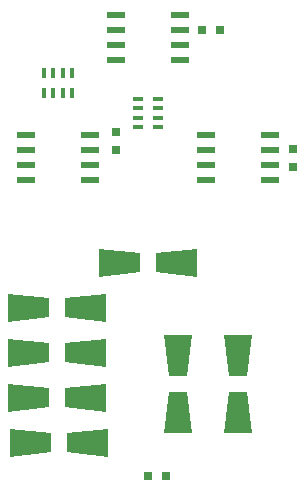
<source format=gbr>
%TF.GenerationSoftware,KiCad,Pcbnew,(5.1.6)-1*%
%TF.CreationDate,2020-07-04T17:27:32+02:00*%
%TF.ProjectId,MP0002 Instrumentation Amplifier,4d503030-3032-4204-996e-737472756d65,1.0*%
%TF.SameCoordinates,Original*%
%TF.FileFunction,Paste,Top*%
%TF.FilePolarity,Positive*%
%FSLAX46Y46*%
G04 Gerber Fmt 4.6, Leading zero omitted, Abs format (unit mm)*
G04 Created by KiCad (PCBNEW (5.1.6)-1) date 2020-07-04 17:27:32*
%MOMM*%
%LPD*%
G01*
G04 APERTURE LIST*
%ADD10R,1.550000X0.600000*%
%ADD11R,0.400000X0.900000*%
%ADD12R,0.900000X0.400000*%
%ADD13C,0.100000*%
%ADD14R,0.800000X0.750000*%
%ADD15R,0.750000X0.800000*%
G04 APERTURE END LIST*
D10*
%TO.C,U3*%
X125570000Y-106045000D03*
X125570000Y-107315000D03*
X125570000Y-108585000D03*
X125570000Y-109855000D03*
X130970000Y-109855000D03*
X130970000Y-108585000D03*
X130970000Y-107315000D03*
X130970000Y-106045000D03*
%TD*%
%TO.C,U4*%
X133190000Y-95885000D03*
X133190000Y-97155000D03*
X133190000Y-98425000D03*
X133190000Y-99695000D03*
X138590000Y-99695000D03*
X138590000Y-98425000D03*
X138590000Y-97155000D03*
X138590000Y-95885000D03*
%TD*%
%TO.C,U2*%
X140810000Y-106045000D03*
X140810000Y-107315000D03*
X140810000Y-108585000D03*
X140810000Y-109855000D03*
X146210000Y-109855000D03*
X146210000Y-108585000D03*
X146210000Y-107315000D03*
X146210000Y-106045000D03*
%TD*%
D11*
%TO.C,RN2*%
X128670000Y-100750000D03*
X127870000Y-100750000D03*
X129470000Y-100750000D03*
X127070000Y-100750000D03*
X129470000Y-102450000D03*
X128670000Y-102450000D03*
X127870000Y-102450000D03*
X127070000Y-102450000D03*
%TD*%
D12*
%TO.C,RN1*%
X136740000Y-104540000D03*
X136740000Y-103740000D03*
X136740000Y-105340000D03*
X136740000Y-102940000D03*
X135040000Y-105340000D03*
X135040000Y-104540000D03*
X135040000Y-103740000D03*
X135040000Y-102940000D03*
%TD*%
D13*
%TO.C,R7*%
G36*
X124028200Y-121848880D02*
G01*
X124028200Y-119451120D01*
X127528320Y-119849900D01*
X127528320Y-121450100D01*
X124028200Y-121848880D01*
G37*
G36*
X132354320Y-119451120D02*
G01*
X132354320Y-121848880D01*
X128854200Y-121450100D01*
X128854200Y-119849900D01*
X132354320Y-119451120D01*
G37*
%TD*%
%TO.C,R6*%
G36*
X132354320Y-123261120D02*
G01*
X132354320Y-125658880D01*
X128854200Y-125260100D01*
X128854200Y-123659900D01*
X132354320Y-123261120D01*
G37*
G36*
X124028200Y-125658880D02*
G01*
X124028200Y-123261120D01*
X127528320Y-123659900D01*
X127528320Y-125260100D01*
X124028200Y-125658880D01*
G37*
%TD*%
%TO.C,R5*%
G36*
X137231120Y-122915680D02*
G01*
X139628880Y-122915680D01*
X139230100Y-126415800D01*
X137629900Y-126415800D01*
X137231120Y-122915680D01*
G37*
G36*
X139628880Y-131241800D02*
G01*
X137231120Y-131241800D01*
X137629900Y-127741680D01*
X139230100Y-127741680D01*
X139628880Y-131241800D01*
G37*
%TD*%
%TO.C,R4*%
G36*
X140053060Y-115641120D02*
G01*
X140053060Y-118038880D01*
X136552940Y-117640100D01*
X136552940Y-116039900D01*
X140053060Y-115641120D01*
G37*
G36*
X131726940Y-118038880D02*
G01*
X131726940Y-115641120D01*
X135227060Y-116039900D01*
X135227060Y-117640100D01*
X131726940Y-118038880D01*
G37*
%TD*%
%TO.C,R3*%
G36*
X142311120Y-122915680D02*
G01*
X144708880Y-122915680D01*
X144310100Y-126415800D01*
X142709900Y-126415800D01*
X142311120Y-122915680D01*
G37*
G36*
X144708880Y-131241800D02*
G01*
X142311120Y-131241800D01*
X142709900Y-127741680D01*
X144310100Y-127741680D01*
X144708880Y-131241800D01*
G37*
%TD*%
%TO.C,R2*%
G36*
X132354320Y-127071120D02*
G01*
X132354320Y-129468880D01*
X128854200Y-129070100D01*
X128854200Y-127469900D01*
X132354320Y-127071120D01*
G37*
G36*
X124028200Y-129468880D02*
G01*
X124028200Y-127071120D01*
X127528320Y-127469900D01*
X127528320Y-129070100D01*
X124028200Y-129468880D01*
G37*
%TD*%
%TO.C,R1*%
G36*
X132511800Y-130881120D02*
G01*
X132511800Y-133278880D01*
X129011680Y-132880100D01*
X129011680Y-131279900D01*
X132511800Y-130881120D01*
G37*
G36*
X124185680Y-133278880D02*
G01*
X124185680Y-130881120D01*
X127685800Y-131279900D01*
X127685800Y-132880100D01*
X124185680Y-133278880D01*
G37*
%TD*%
D14*
%TO.C,C4*%
X141974000Y-97155000D03*
X140474000Y-97155000D03*
%TD*%
D15*
%TO.C,C3*%
X133223000Y-105803000D03*
X133223000Y-107303000D03*
%TD*%
%TO.C,C2*%
X148209000Y-108700000D03*
X148209000Y-107200000D03*
%TD*%
D14*
%TO.C,C1*%
X137402000Y-134874000D03*
X135902000Y-134874000D03*
%TD*%
M02*

</source>
